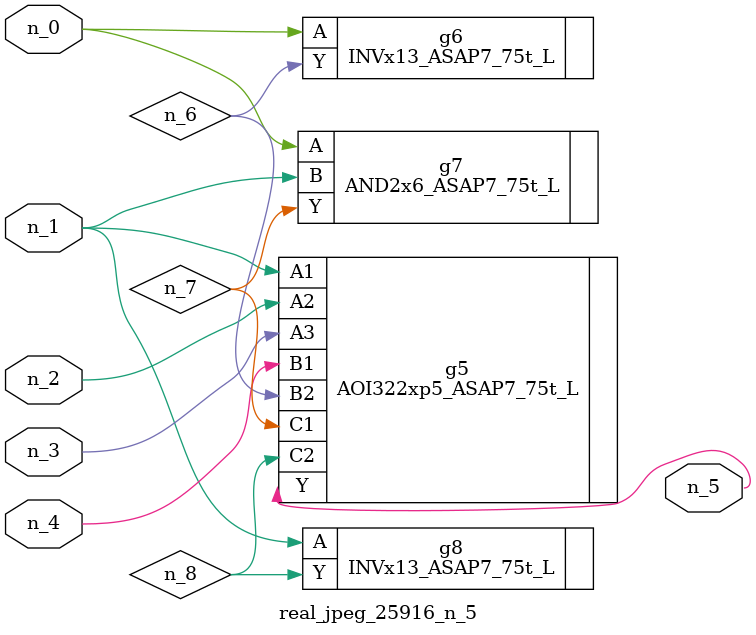
<source format=v>
module real_jpeg_25916_n_5 (n_4, n_0, n_1, n_2, n_3, n_5);

input n_4;
input n_0;
input n_1;
input n_2;
input n_3;

output n_5;

wire n_8;
wire n_6;
wire n_7;

INVx13_ASAP7_75t_L g6 ( 
.A(n_0),
.Y(n_6)
);

AND2x6_ASAP7_75t_L g7 ( 
.A(n_0),
.B(n_1),
.Y(n_7)
);

AOI322xp5_ASAP7_75t_L g5 ( 
.A1(n_1),
.A2(n_2),
.A3(n_3),
.B1(n_4),
.B2(n_6),
.C1(n_7),
.C2(n_8),
.Y(n_5)
);

INVx13_ASAP7_75t_L g8 ( 
.A(n_1),
.Y(n_8)
);


endmodule
</source>
